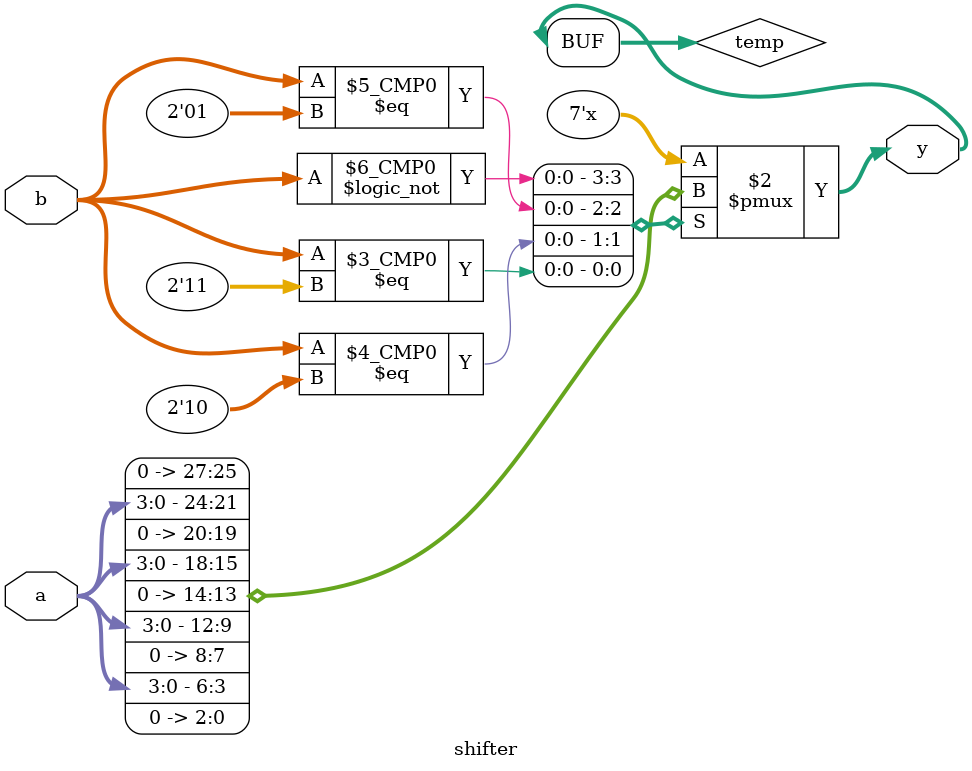
<source format=sv>
module shifter(
    input  [3:0] a,          
    input  [1:0] b,         
    output [6:0] y           
);
    reg [6:0] temp;

    always @(*) begin
        case (b)
            2'b00: temp = {3'b000, a};       
            2'b01: temp = {2'b00, a, 1'b0};  
            2'b10: temp = {1'b0, a, 2'b00};  
            2'b11: temp = {a, 3'b000};       
            default: temp = 7'b0000000;      
        endcase
    end

    assign y = temp;  
endmodule


</source>
